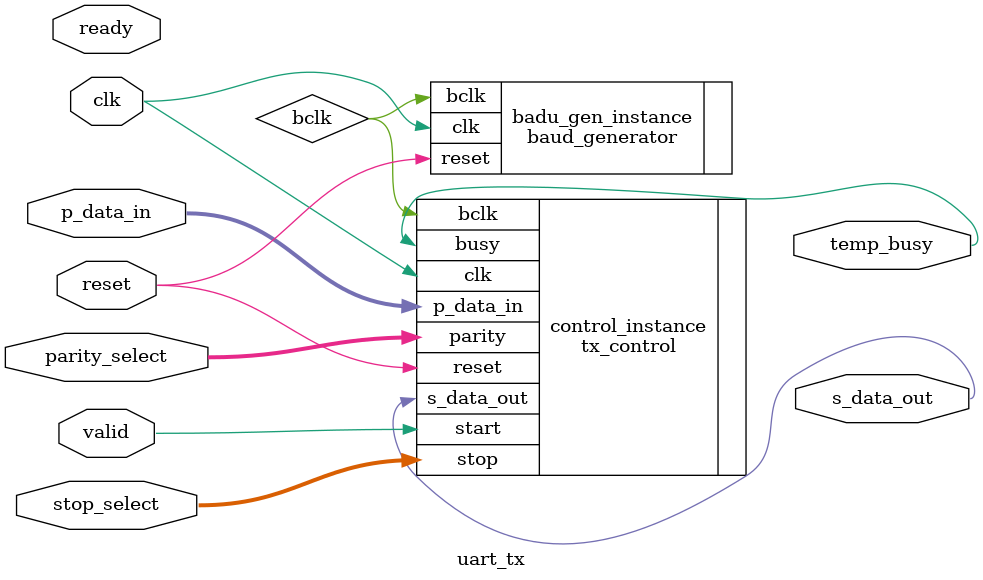
<source format=v>
/*

*/


module uart_tx #(parameter DATA_WIDTH = 8,SAMPLING = 16)(
	input clk,reset,
//	input bclk,
	input ready,valid,
//	input mode,
	input [1:0]parity_select,stop_select,
	input [DATA_WIDTH-1:0] p_data_in,
	output s_data_out,
	output temp_busy);

	wire bclk;

	tx_control control_instance (.clk(clk),.reset(reset),.bclk(bclk),.parity(parity_select),.stop(stop_select),.start(valid),.busy(temp_busy),.p_data_in(p_data_in),.s_data_out(s_data_out));

	baud_generator badu_gen_instance(.clk(clk),.reset(reset),.bclk(bclk));


endmodule

</source>
